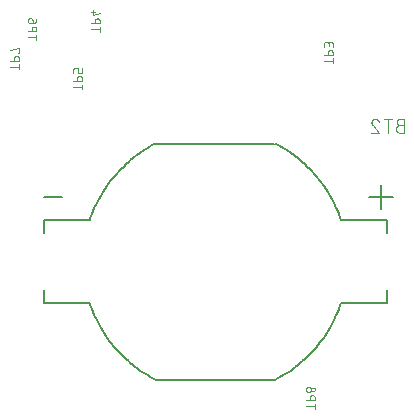
<source format=gbr>
G04 EAGLE Gerber RS-274X export*
G75*
%MOMM*%
%FSLAX34Y34*%
%LPD*%
%INSilkscreen Bottom*%
%IPPOS*%
%AMOC8*
5,1,8,0,0,1.08239X$1,22.5*%
G01*
%ADD10C,0.076200*%
%ADD11C,0.127000*%
%ADD12C,0.101600*%


D10*
X330581Y401207D02*
X337947Y401207D01*
X337947Y399161D02*
X337947Y403253D01*
X337947Y406350D02*
X330581Y406350D01*
X337947Y406350D02*
X337947Y408396D01*
X337945Y408485D01*
X337939Y408574D01*
X337929Y408663D01*
X337916Y408751D01*
X337899Y408839D01*
X337877Y408926D01*
X337852Y409011D01*
X337824Y409096D01*
X337791Y409179D01*
X337755Y409261D01*
X337716Y409341D01*
X337673Y409419D01*
X337627Y409495D01*
X337577Y409570D01*
X337524Y409642D01*
X337468Y409711D01*
X337409Y409778D01*
X337348Y409843D01*
X337283Y409904D01*
X337216Y409963D01*
X337147Y410019D01*
X337075Y410072D01*
X337000Y410122D01*
X336924Y410168D01*
X336846Y410211D01*
X336766Y410250D01*
X336684Y410286D01*
X336601Y410319D01*
X336516Y410347D01*
X336431Y410372D01*
X336344Y410394D01*
X336256Y410411D01*
X336168Y410424D01*
X336079Y410434D01*
X335990Y410440D01*
X335901Y410442D01*
X335812Y410440D01*
X335723Y410434D01*
X335634Y410424D01*
X335546Y410411D01*
X335458Y410394D01*
X335371Y410372D01*
X335286Y410347D01*
X335201Y410319D01*
X335118Y410286D01*
X335036Y410250D01*
X334956Y410211D01*
X334878Y410168D01*
X334802Y410122D01*
X334727Y410072D01*
X334655Y410019D01*
X334586Y409963D01*
X334519Y409904D01*
X334454Y409843D01*
X334393Y409778D01*
X334334Y409711D01*
X334278Y409642D01*
X334225Y409570D01*
X334175Y409495D01*
X334129Y409419D01*
X334086Y409341D01*
X334047Y409261D01*
X334011Y409179D01*
X333978Y409096D01*
X333950Y409011D01*
X333925Y408926D01*
X333903Y408839D01*
X333886Y408751D01*
X333873Y408663D01*
X333863Y408574D01*
X333857Y408485D01*
X333855Y408396D01*
X333855Y406350D01*
X330581Y413304D02*
X330581Y415350D01*
X330583Y415439D01*
X330589Y415528D01*
X330599Y415617D01*
X330612Y415705D01*
X330629Y415793D01*
X330651Y415880D01*
X330676Y415965D01*
X330704Y416050D01*
X330737Y416133D01*
X330773Y416215D01*
X330812Y416295D01*
X330855Y416373D01*
X330901Y416449D01*
X330951Y416524D01*
X331004Y416596D01*
X331060Y416665D01*
X331119Y416732D01*
X331180Y416797D01*
X331245Y416858D01*
X331312Y416917D01*
X331381Y416973D01*
X331453Y417026D01*
X331528Y417076D01*
X331604Y417122D01*
X331682Y417165D01*
X331762Y417204D01*
X331844Y417240D01*
X331927Y417273D01*
X332012Y417301D01*
X332097Y417326D01*
X332184Y417348D01*
X332272Y417365D01*
X332360Y417378D01*
X332449Y417388D01*
X332538Y417394D01*
X332627Y417396D01*
X332716Y417394D01*
X332805Y417388D01*
X332894Y417378D01*
X332982Y417365D01*
X333070Y417348D01*
X333157Y417326D01*
X333242Y417301D01*
X333327Y417273D01*
X333410Y417240D01*
X333492Y417204D01*
X333572Y417165D01*
X333650Y417122D01*
X333726Y417076D01*
X333801Y417026D01*
X333873Y416973D01*
X333942Y416917D01*
X334009Y416858D01*
X334074Y416797D01*
X334135Y416732D01*
X334194Y416665D01*
X334250Y416596D01*
X334303Y416524D01*
X334353Y416449D01*
X334399Y416373D01*
X334442Y416295D01*
X334481Y416215D01*
X334517Y416133D01*
X334550Y416050D01*
X334578Y415965D01*
X334603Y415880D01*
X334625Y415793D01*
X334642Y415705D01*
X334655Y415617D01*
X334665Y415528D01*
X334671Y415439D01*
X334673Y415350D01*
X337947Y415759D02*
X337947Y413304D01*
X337947Y415759D02*
X337945Y415838D01*
X337939Y415917D01*
X337930Y415996D01*
X337917Y416074D01*
X337899Y416151D01*
X337879Y416227D01*
X337854Y416302D01*
X337826Y416376D01*
X337795Y416449D01*
X337759Y416520D01*
X337721Y416589D01*
X337679Y416656D01*
X337634Y416721D01*
X337586Y416784D01*
X337535Y416845D01*
X337481Y416902D01*
X337425Y416958D01*
X337366Y417010D01*
X337304Y417060D01*
X337240Y417106D01*
X337174Y417150D01*
X337106Y417190D01*
X337036Y417226D01*
X336964Y417260D01*
X336890Y417290D01*
X336816Y417316D01*
X336740Y417339D01*
X336663Y417357D01*
X336586Y417373D01*
X336507Y417384D01*
X336429Y417392D01*
X336350Y417396D01*
X336270Y417396D01*
X336191Y417392D01*
X336113Y417384D01*
X336034Y417373D01*
X335957Y417357D01*
X335880Y417339D01*
X335804Y417316D01*
X335730Y417290D01*
X335656Y417260D01*
X335584Y417226D01*
X335514Y417190D01*
X335446Y417150D01*
X335380Y417106D01*
X335316Y417060D01*
X335254Y417010D01*
X335195Y416958D01*
X335139Y416902D01*
X335085Y416845D01*
X335034Y416784D01*
X334986Y416721D01*
X334941Y416656D01*
X334899Y416589D01*
X334861Y416520D01*
X334825Y416449D01*
X334794Y416376D01*
X334766Y416302D01*
X334741Y416227D01*
X334721Y416151D01*
X334703Y416074D01*
X334690Y415996D01*
X334681Y415917D01*
X334675Y415838D01*
X334673Y415759D01*
X334673Y414122D01*
X140843Y427877D02*
X133477Y427877D01*
X140843Y425831D02*
X140843Y429923D01*
X140843Y433020D02*
X133477Y433020D01*
X140843Y433020D02*
X140843Y435066D01*
X140841Y435155D01*
X140835Y435244D01*
X140825Y435333D01*
X140812Y435421D01*
X140795Y435509D01*
X140773Y435596D01*
X140748Y435681D01*
X140720Y435766D01*
X140687Y435849D01*
X140651Y435931D01*
X140612Y436011D01*
X140569Y436089D01*
X140523Y436165D01*
X140473Y436240D01*
X140420Y436312D01*
X140364Y436381D01*
X140305Y436448D01*
X140244Y436513D01*
X140179Y436574D01*
X140112Y436633D01*
X140043Y436689D01*
X139971Y436742D01*
X139896Y436792D01*
X139820Y436838D01*
X139742Y436881D01*
X139662Y436920D01*
X139580Y436956D01*
X139497Y436989D01*
X139412Y437017D01*
X139327Y437042D01*
X139240Y437064D01*
X139152Y437081D01*
X139064Y437094D01*
X138975Y437104D01*
X138886Y437110D01*
X138797Y437112D01*
X138708Y437110D01*
X138619Y437104D01*
X138530Y437094D01*
X138442Y437081D01*
X138354Y437064D01*
X138267Y437042D01*
X138182Y437017D01*
X138097Y436989D01*
X138014Y436956D01*
X137932Y436920D01*
X137852Y436881D01*
X137774Y436838D01*
X137698Y436792D01*
X137623Y436742D01*
X137551Y436689D01*
X137482Y436633D01*
X137415Y436574D01*
X137350Y436513D01*
X137289Y436448D01*
X137230Y436381D01*
X137174Y436312D01*
X137121Y436240D01*
X137071Y436165D01*
X137025Y436089D01*
X136982Y436011D01*
X136943Y435931D01*
X136907Y435849D01*
X136874Y435766D01*
X136846Y435681D01*
X136821Y435596D01*
X136799Y435509D01*
X136782Y435421D01*
X136769Y435333D01*
X136759Y435244D01*
X136753Y435155D01*
X136751Y435066D01*
X136751Y433020D01*
X135114Y439974D02*
X140843Y441611D01*
X135114Y439974D02*
X135114Y444066D01*
X136751Y442838D02*
X133477Y442838D01*
X125857Y379109D02*
X118491Y379109D01*
X125857Y377063D02*
X125857Y381155D01*
X125857Y384252D02*
X118491Y384252D01*
X125857Y384252D02*
X125857Y386298D01*
X125855Y386387D01*
X125849Y386476D01*
X125839Y386565D01*
X125826Y386653D01*
X125809Y386741D01*
X125787Y386828D01*
X125762Y386913D01*
X125734Y386998D01*
X125701Y387081D01*
X125665Y387163D01*
X125626Y387243D01*
X125583Y387321D01*
X125537Y387397D01*
X125487Y387472D01*
X125434Y387544D01*
X125378Y387613D01*
X125319Y387680D01*
X125258Y387745D01*
X125193Y387806D01*
X125126Y387865D01*
X125057Y387921D01*
X124985Y387974D01*
X124910Y388024D01*
X124834Y388070D01*
X124756Y388113D01*
X124676Y388152D01*
X124594Y388188D01*
X124511Y388221D01*
X124426Y388249D01*
X124341Y388274D01*
X124254Y388296D01*
X124166Y388313D01*
X124078Y388326D01*
X123989Y388336D01*
X123900Y388342D01*
X123811Y388344D01*
X123722Y388342D01*
X123633Y388336D01*
X123544Y388326D01*
X123456Y388313D01*
X123368Y388296D01*
X123281Y388274D01*
X123196Y388249D01*
X123111Y388221D01*
X123028Y388188D01*
X122946Y388152D01*
X122866Y388113D01*
X122788Y388070D01*
X122712Y388024D01*
X122637Y387974D01*
X122565Y387921D01*
X122496Y387865D01*
X122429Y387806D01*
X122364Y387745D01*
X122303Y387680D01*
X122244Y387613D01*
X122188Y387544D01*
X122135Y387472D01*
X122085Y387397D01*
X122039Y387321D01*
X121996Y387243D01*
X121957Y387163D01*
X121921Y387081D01*
X121888Y386998D01*
X121860Y386913D01*
X121835Y386828D01*
X121813Y386741D01*
X121796Y386653D01*
X121783Y386565D01*
X121773Y386476D01*
X121767Y386387D01*
X121765Y386298D01*
X121765Y384252D01*
X118491Y391206D02*
X118491Y393661D01*
X118493Y393741D01*
X118499Y393821D01*
X118509Y393901D01*
X118522Y393980D01*
X118540Y394059D01*
X118561Y394136D01*
X118587Y394212D01*
X118616Y394287D01*
X118648Y394361D01*
X118684Y394433D01*
X118724Y394503D01*
X118767Y394570D01*
X118813Y394636D01*
X118863Y394699D01*
X118915Y394760D01*
X118970Y394819D01*
X119029Y394874D01*
X119089Y394926D01*
X119153Y394976D01*
X119219Y395022D01*
X119286Y395065D01*
X119356Y395105D01*
X119428Y395141D01*
X119502Y395173D01*
X119576Y395202D01*
X119653Y395228D01*
X119730Y395249D01*
X119809Y395267D01*
X119888Y395280D01*
X119968Y395290D01*
X120048Y395296D01*
X120128Y395298D01*
X120946Y395298D01*
X121024Y395296D01*
X121102Y395291D01*
X121179Y395281D01*
X121256Y395268D01*
X121332Y395252D01*
X121407Y395232D01*
X121481Y395208D01*
X121554Y395181D01*
X121626Y395150D01*
X121696Y395116D01*
X121765Y395079D01*
X121831Y395038D01*
X121896Y394994D01*
X121958Y394948D01*
X122018Y394898D01*
X122076Y394846D01*
X122131Y394791D01*
X122183Y394733D01*
X122233Y394673D01*
X122279Y394611D01*
X122323Y394546D01*
X122364Y394480D01*
X122401Y394411D01*
X122435Y394341D01*
X122466Y394269D01*
X122493Y394196D01*
X122517Y394122D01*
X122537Y394047D01*
X122553Y393971D01*
X122566Y393894D01*
X122576Y393817D01*
X122581Y393739D01*
X122583Y393661D01*
X122583Y391206D01*
X125857Y391206D01*
X125857Y395298D01*
X87249Y421019D02*
X79883Y421019D01*
X87249Y418973D02*
X87249Y423065D01*
X87249Y426162D02*
X79883Y426162D01*
X87249Y426162D02*
X87249Y428208D01*
X87247Y428297D01*
X87241Y428386D01*
X87231Y428475D01*
X87218Y428563D01*
X87201Y428651D01*
X87179Y428738D01*
X87154Y428823D01*
X87126Y428908D01*
X87093Y428991D01*
X87057Y429073D01*
X87018Y429153D01*
X86975Y429231D01*
X86929Y429307D01*
X86879Y429382D01*
X86826Y429454D01*
X86770Y429523D01*
X86711Y429590D01*
X86650Y429655D01*
X86585Y429716D01*
X86518Y429775D01*
X86449Y429831D01*
X86377Y429884D01*
X86302Y429934D01*
X86226Y429980D01*
X86148Y430023D01*
X86068Y430062D01*
X85986Y430098D01*
X85903Y430131D01*
X85818Y430159D01*
X85733Y430184D01*
X85646Y430206D01*
X85558Y430223D01*
X85470Y430236D01*
X85381Y430246D01*
X85292Y430252D01*
X85203Y430254D01*
X85114Y430252D01*
X85025Y430246D01*
X84936Y430236D01*
X84848Y430223D01*
X84760Y430206D01*
X84673Y430184D01*
X84588Y430159D01*
X84503Y430131D01*
X84420Y430098D01*
X84338Y430062D01*
X84258Y430023D01*
X84180Y429980D01*
X84104Y429934D01*
X84029Y429884D01*
X83957Y429831D01*
X83888Y429775D01*
X83821Y429716D01*
X83756Y429655D01*
X83695Y429590D01*
X83636Y429523D01*
X83580Y429454D01*
X83527Y429382D01*
X83477Y429307D01*
X83431Y429231D01*
X83388Y429153D01*
X83349Y429073D01*
X83313Y428991D01*
X83280Y428908D01*
X83252Y428823D01*
X83227Y428738D01*
X83205Y428651D01*
X83188Y428563D01*
X83175Y428475D01*
X83165Y428386D01*
X83159Y428297D01*
X83157Y428208D01*
X83157Y426162D01*
X83975Y433116D02*
X83975Y435571D01*
X83973Y435649D01*
X83968Y435727D01*
X83958Y435804D01*
X83945Y435881D01*
X83929Y435957D01*
X83909Y436032D01*
X83885Y436106D01*
X83858Y436179D01*
X83827Y436251D01*
X83793Y436321D01*
X83756Y436390D01*
X83715Y436456D01*
X83671Y436521D01*
X83625Y436583D01*
X83575Y436643D01*
X83523Y436701D01*
X83468Y436756D01*
X83410Y436808D01*
X83350Y436858D01*
X83288Y436904D01*
X83223Y436948D01*
X83157Y436989D01*
X83088Y437026D01*
X83018Y437060D01*
X82946Y437091D01*
X82873Y437118D01*
X82799Y437142D01*
X82724Y437162D01*
X82648Y437178D01*
X82571Y437191D01*
X82494Y437201D01*
X82416Y437206D01*
X82338Y437208D01*
X81929Y437208D01*
X81840Y437206D01*
X81751Y437200D01*
X81662Y437190D01*
X81574Y437177D01*
X81486Y437160D01*
X81399Y437138D01*
X81314Y437113D01*
X81229Y437085D01*
X81146Y437052D01*
X81064Y437016D01*
X80984Y436977D01*
X80906Y436934D01*
X80830Y436888D01*
X80755Y436838D01*
X80683Y436785D01*
X80614Y436729D01*
X80547Y436670D01*
X80482Y436609D01*
X80421Y436544D01*
X80362Y436477D01*
X80306Y436408D01*
X80253Y436336D01*
X80203Y436261D01*
X80157Y436185D01*
X80114Y436107D01*
X80075Y436027D01*
X80039Y435945D01*
X80006Y435862D01*
X79978Y435777D01*
X79953Y435692D01*
X79931Y435605D01*
X79914Y435517D01*
X79901Y435429D01*
X79891Y435340D01*
X79885Y435251D01*
X79883Y435162D01*
X79885Y435073D01*
X79891Y434984D01*
X79901Y434895D01*
X79914Y434807D01*
X79931Y434719D01*
X79953Y434632D01*
X79978Y434547D01*
X80006Y434462D01*
X80039Y434379D01*
X80075Y434297D01*
X80114Y434217D01*
X80157Y434139D01*
X80203Y434063D01*
X80253Y433988D01*
X80306Y433916D01*
X80362Y433847D01*
X80421Y433780D01*
X80482Y433715D01*
X80547Y433654D01*
X80614Y433595D01*
X80683Y433539D01*
X80755Y433486D01*
X80830Y433436D01*
X80906Y433390D01*
X80984Y433347D01*
X81064Y433308D01*
X81146Y433272D01*
X81229Y433239D01*
X81314Y433211D01*
X81399Y433186D01*
X81486Y433164D01*
X81574Y433147D01*
X81662Y433134D01*
X81751Y433124D01*
X81840Y433118D01*
X81929Y433116D01*
X83975Y433116D01*
X84089Y433118D01*
X84203Y433124D01*
X84317Y433134D01*
X84431Y433148D01*
X84544Y433166D01*
X84656Y433188D01*
X84767Y433213D01*
X84877Y433243D01*
X84987Y433276D01*
X85095Y433313D01*
X85201Y433354D01*
X85307Y433399D01*
X85410Y433447D01*
X85512Y433499D01*
X85612Y433555D01*
X85710Y433613D01*
X85806Y433676D01*
X85899Y433741D01*
X85991Y433810D01*
X86079Y433882D01*
X86166Y433957D01*
X86249Y434035D01*
X86330Y434116D01*
X86408Y434199D01*
X86483Y434286D01*
X86555Y434374D01*
X86624Y434466D01*
X86689Y434559D01*
X86751Y434655D01*
X86810Y434753D01*
X86866Y434853D01*
X86918Y434955D01*
X86966Y435058D01*
X87011Y435164D01*
X87052Y435270D01*
X87089Y435378D01*
X87122Y435488D01*
X87152Y435598D01*
X87177Y435709D01*
X87199Y435821D01*
X87217Y435934D01*
X87231Y436048D01*
X87241Y436162D01*
X87247Y436276D01*
X87249Y436390D01*
X72517Y396127D02*
X65151Y396127D01*
X72517Y394081D02*
X72517Y398173D01*
X72517Y401270D02*
X65151Y401270D01*
X72517Y401270D02*
X72517Y403316D01*
X72515Y403405D01*
X72509Y403494D01*
X72499Y403583D01*
X72486Y403671D01*
X72469Y403759D01*
X72447Y403846D01*
X72422Y403931D01*
X72394Y404016D01*
X72361Y404099D01*
X72325Y404181D01*
X72286Y404261D01*
X72243Y404339D01*
X72197Y404415D01*
X72147Y404490D01*
X72094Y404562D01*
X72038Y404631D01*
X71979Y404698D01*
X71918Y404763D01*
X71853Y404824D01*
X71786Y404883D01*
X71717Y404939D01*
X71645Y404992D01*
X71570Y405042D01*
X71494Y405088D01*
X71416Y405131D01*
X71336Y405170D01*
X71254Y405206D01*
X71171Y405239D01*
X71086Y405267D01*
X71001Y405292D01*
X70914Y405314D01*
X70826Y405331D01*
X70738Y405344D01*
X70649Y405354D01*
X70560Y405360D01*
X70471Y405362D01*
X70382Y405360D01*
X70293Y405354D01*
X70204Y405344D01*
X70116Y405331D01*
X70028Y405314D01*
X69941Y405292D01*
X69856Y405267D01*
X69771Y405239D01*
X69688Y405206D01*
X69606Y405170D01*
X69526Y405131D01*
X69448Y405088D01*
X69372Y405042D01*
X69297Y404992D01*
X69225Y404939D01*
X69156Y404883D01*
X69089Y404824D01*
X69024Y404763D01*
X68963Y404698D01*
X68904Y404631D01*
X68848Y404562D01*
X68795Y404490D01*
X68745Y404415D01*
X68699Y404339D01*
X68656Y404261D01*
X68617Y404181D01*
X68581Y404099D01*
X68548Y404016D01*
X68520Y403931D01*
X68495Y403846D01*
X68473Y403759D01*
X68456Y403671D01*
X68443Y403583D01*
X68433Y403494D01*
X68427Y403405D01*
X68425Y403316D01*
X68425Y401270D01*
X71699Y408224D02*
X72517Y408224D01*
X72517Y412316D01*
X65151Y410270D01*
X315595Y108853D02*
X322961Y108853D01*
X322961Y106807D02*
X322961Y110899D01*
X322961Y113996D02*
X315595Y113996D01*
X322961Y113996D02*
X322961Y116042D01*
X322959Y116131D01*
X322953Y116220D01*
X322943Y116309D01*
X322930Y116397D01*
X322913Y116485D01*
X322891Y116572D01*
X322866Y116657D01*
X322838Y116742D01*
X322805Y116825D01*
X322769Y116907D01*
X322730Y116987D01*
X322687Y117065D01*
X322641Y117141D01*
X322591Y117216D01*
X322538Y117288D01*
X322482Y117357D01*
X322423Y117424D01*
X322362Y117489D01*
X322297Y117550D01*
X322230Y117609D01*
X322161Y117665D01*
X322089Y117718D01*
X322014Y117768D01*
X321938Y117814D01*
X321860Y117857D01*
X321780Y117896D01*
X321698Y117932D01*
X321615Y117965D01*
X321530Y117993D01*
X321445Y118018D01*
X321358Y118040D01*
X321270Y118057D01*
X321182Y118070D01*
X321093Y118080D01*
X321004Y118086D01*
X320915Y118088D01*
X320826Y118086D01*
X320737Y118080D01*
X320648Y118070D01*
X320560Y118057D01*
X320472Y118040D01*
X320385Y118018D01*
X320300Y117993D01*
X320215Y117965D01*
X320132Y117932D01*
X320050Y117896D01*
X319970Y117857D01*
X319892Y117814D01*
X319816Y117768D01*
X319741Y117718D01*
X319669Y117665D01*
X319600Y117609D01*
X319533Y117550D01*
X319468Y117489D01*
X319407Y117424D01*
X319348Y117357D01*
X319292Y117288D01*
X319239Y117216D01*
X319189Y117141D01*
X319143Y117065D01*
X319100Y116987D01*
X319061Y116907D01*
X319025Y116825D01*
X318992Y116742D01*
X318964Y116657D01*
X318939Y116572D01*
X318917Y116485D01*
X318900Y116397D01*
X318887Y116309D01*
X318877Y116220D01*
X318871Y116131D01*
X318869Y116042D01*
X318869Y113996D01*
X317641Y120950D02*
X317730Y120952D01*
X317819Y120958D01*
X317908Y120968D01*
X317996Y120981D01*
X318084Y120998D01*
X318171Y121020D01*
X318256Y121045D01*
X318341Y121073D01*
X318424Y121106D01*
X318506Y121142D01*
X318586Y121181D01*
X318664Y121224D01*
X318740Y121270D01*
X318815Y121320D01*
X318887Y121373D01*
X318956Y121429D01*
X319023Y121488D01*
X319088Y121549D01*
X319149Y121614D01*
X319208Y121681D01*
X319264Y121750D01*
X319317Y121822D01*
X319367Y121897D01*
X319413Y121973D01*
X319456Y122051D01*
X319495Y122131D01*
X319531Y122213D01*
X319564Y122296D01*
X319592Y122381D01*
X319617Y122466D01*
X319639Y122553D01*
X319656Y122641D01*
X319669Y122729D01*
X319679Y122818D01*
X319685Y122907D01*
X319687Y122996D01*
X319685Y123085D01*
X319679Y123174D01*
X319669Y123263D01*
X319656Y123351D01*
X319639Y123439D01*
X319617Y123526D01*
X319592Y123611D01*
X319564Y123696D01*
X319531Y123779D01*
X319495Y123861D01*
X319456Y123941D01*
X319413Y124019D01*
X319367Y124095D01*
X319317Y124170D01*
X319264Y124242D01*
X319208Y124311D01*
X319149Y124378D01*
X319088Y124443D01*
X319023Y124504D01*
X318956Y124563D01*
X318887Y124619D01*
X318815Y124672D01*
X318740Y124722D01*
X318664Y124768D01*
X318586Y124811D01*
X318506Y124850D01*
X318424Y124886D01*
X318341Y124919D01*
X318256Y124947D01*
X318171Y124972D01*
X318084Y124994D01*
X317996Y125011D01*
X317908Y125024D01*
X317819Y125034D01*
X317730Y125040D01*
X317641Y125042D01*
X317552Y125040D01*
X317463Y125034D01*
X317374Y125024D01*
X317286Y125011D01*
X317198Y124994D01*
X317111Y124972D01*
X317026Y124947D01*
X316941Y124919D01*
X316858Y124886D01*
X316776Y124850D01*
X316696Y124811D01*
X316618Y124768D01*
X316542Y124722D01*
X316467Y124672D01*
X316395Y124619D01*
X316326Y124563D01*
X316259Y124504D01*
X316194Y124443D01*
X316133Y124378D01*
X316074Y124311D01*
X316018Y124242D01*
X315965Y124170D01*
X315915Y124095D01*
X315869Y124019D01*
X315826Y123941D01*
X315787Y123861D01*
X315751Y123779D01*
X315718Y123696D01*
X315690Y123611D01*
X315665Y123526D01*
X315643Y123439D01*
X315626Y123351D01*
X315613Y123263D01*
X315603Y123174D01*
X315597Y123085D01*
X315595Y122996D01*
X315597Y122907D01*
X315603Y122818D01*
X315613Y122729D01*
X315626Y122641D01*
X315643Y122553D01*
X315665Y122466D01*
X315690Y122381D01*
X315718Y122296D01*
X315751Y122213D01*
X315787Y122131D01*
X315826Y122051D01*
X315869Y121973D01*
X315915Y121897D01*
X315965Y121822D01*
X316018Y121750D01*
X316074Y121681D01*
X316133Y121614D01*
X316194Y121549D01*
X316259Y121488D01*
X316326Y121429D01*
X316395Y121373D01*
X316467Y121320D01*
X316542Y121270D01*
X316618Y121224D01*
X316696Y121181D01*
X316776Y121142D01*
X316858Y121106D01*
X316941Y121073D01*
X317026Y121045D01*
X317111Y121020D01*
X317198Y120998D01*
X317286Y120981D01*
X317374Y120968D01*
X317463Y120958D01*
X317552Y120952D01*
X317641Y120950D01*
X321324Y121359D02*
X321403Y121361D01*
X321482Y121367D01*
X321561Y121376D01*
X321639Y121389D01*
X321716Y121407D01*
X321792Y121427D01*
X321867Y121452D01*
X321941Y121480D01*
X322014Y121511D01*
X322085Y121547D01*
X322154Y121585D01*
X322221Y121627D01*
X322286Y121672D01*
X322349Y121720D01*
X322410Y121771D01*
X322467Y121825D01*
X322523Y121881D01*
X322575Y121940D01*
X322625Y122002D01*
X322671Y122066D01*
X322715Y122132D01*
X322755Y122200D01*
X322791Y122270D01*
X322825Y122342D01*
X322855Y122416D01*
X322881Y122490D01*
X322904Y122566D01*
X322922Y122643D01*
X322938Y122720D01*
X322949Y122799D01*
X322957Y122877D01*
X322961Y122956D01*
X322961Y123036D01*
X322957Y123115D01*
X322949Y123193D01*
X322938Y123272D01*
X322922Y123349D01*
X322904Y123426D01*
X322881Y123502D01*
X322855Y123576D01*
X322825Y123650D01*
X322791Y123722D01*
X322755Y123792D01*
X322715Y123860D01*
X322671Y123926D01*
X322625Y123990D01*
X322575Y124052D01*
X322523Y124111D01*
X322467Y124167D01*
X322410Y124221D01*
X322349Y124272D01*
X322286Y124320D01*
X322221Y124365D01*
X322154Y124407D01*
X322085Y124445D01*
X322014Y124481D01*
X321941Y124512D01*
X321867Y124540D01*
X321792Y124565D01*
X321716Y124585D01*
X321639Y124603D01*
X321561Y124616D01*
X321482Y124625D01*
X321403Y124631D01*
X321324Y124633D01*
X321245Y124631D01*
X321166Y124625D01*
X321087Y124616D01*
X321009Y124603D01*
X320932Y124585D01*
X320856Y124565D01*
X320781Y124540D01*
X320707Y124512D01*
X320634Y124481D01*
X320563Y124445D01*
X320494Y124407D01*
X320427Y124365D01*
X320362Y124320D01*
X320299Y124272D01*
X320238Y124221D01*
X320181Y124167D01*
X320125Y124111D01*
X320073Y124052D01*
X320023Y123990D01*
X319977Y123926D01*
X319933Y123860D01*
X319893Y123792D01*
X319857Y123722D01*
X319823Y123650D01*
X319793Y123576D01*
X319767Y123502D01*
X319744Y123426D01*
X319726Y123349D01*
X319710Y123272D01*
X319699Y123193D01*
X319691Y123115D01*
X319687Y123036D01*
X319687Y122956D01*
X319691Y122877D01*
X319699Y122799D01*
X319710Y122720D01*
X319726Y122643D01*
X319744Y122566D01*
X319767Y122490D01*
X319793Y122416D01*
X319823Y122342D01*
X319857Y122270D01*
X319893Y122200D01*
X319933Y122132D01*
X319977Y122066D01*
X320023Y122002D01*
X320073Y121940D01*
X320125Y121881D01*
X320181Y121825D01*
X320238Y121771D01*
X320299Y121720D01*
X320362Y121672D01*
X320427Y121627D01*
X320494Y121585D01*
X320563Y121547D01*
X320634Y121511D01*
X320707Y121480D01*
X320781Y121452D01*
X320856Y121427D01*
X320932Y121407D01*
X321009Y121389D01*
X321087Y121376D01*
X321166Y121367D01*
X321245Y121361D01*
X321324Y121359D01*
D11*
X383760Y255140D02*
X383760Y266140D01*
X345210Y266140D01*
X344569Y267951D01*
X343339Y271384D01*
X342261Y274005D01*
X341184Y276521D01*
X339343Y280511D01*
X337558Y283958D01*
X335765Y287078D01*
X333999Y290057D01*
X330444Y295502D01*
X327731Y299229D01*
X323918Y303914D01*
X318982Y309344D01*
X316504Y311748D01*
X314263Y313875D01*
X312302Y315614D01*
X310692Y316998D01*
X308763Y318601D01*
X306555Y320331D01*
X305037Y321443D01*
X302506Y323249D01*
X299249Y325469D01*
X296168Y327326D01*
X293729Y328718D01*
X290418Y330535D01*
X288885Y331140D01*
X383760Y207140D02*
X383760Y196140D01*
X345210Y196140D01*
X93760Y196140D02*
X93760Y207140D01*
X93760Y196140D02*
X132310Y196140D01*
X93760Y255140D02*
X93760Y266140D01*
X132310Y266140D01*
X132310Y196140D02*
X132951Y194329D01*
X134181Y190897D01*
X135259Y188275D01*
X136336Y185759D01*
X138177Y181769D01*
X139962Y178322D01*
X141755Y175202D01*
X143521Y172223D01*
X147077Y166778D01*
X149789Y163051D01*
X153602Y158366D01*
X158538Y152936D01*
X161016Y150533D01*
X163258Y148405D01*
X165218Y146666D01*
X166828Y145282D01*
X168757Y143679D01*
X170965Y141950D01*
X172483Y140837D01*
X175014Y139031D01*
X178271Y136812D01*
X181352Y134954D01*
X183791Y133562D01*
X187102Y131745D01*
X188635Y131140D01*
X132310Y266140D02*
X132951Y267951D01*
X134181Y271384D01*
X135259Y274005D01*
X136336Y276521D01*
X138177Y280511D01*
X139962Y283958D01*
X141755Y287078D01*
X143521Y290057D01*
X147077Y295502D01*
X149789Y299229D01*
X153602Y303914D01*
X158538Y309344D01*
X161016Y311748D01*
X163258Y313875D01*
X165218Y315614D01*
X166828Y316998D01*
X168757Y318601D01*
X170965Y320331D01*
X172483Y321443D01*
X175014Y323249D01*
X178271Y325469D01*
X181352Y327326D01*
X183791Y328718D01*
X187102Y330535D01*
X188635Y331140D01*
X345210Y196140D02*
X344569Y194329D01*
X343339Y190897D01*
X342261Y188275D01*
X341184Y185759D01*
X339343Y181769D01*
X337558Y178322D01*
X335765Y175202D01*
X333999Y172223D01*
X330444Y166778D01*
X327731Y163051D01*
X323918Y158366D01*
X318982Y152936D01*
X316504Y150533D01*
X314263Y148405D01*
X312302Y146666D01*
X310692Y145282D01*
X308763Y143679D01*
X306555Y141950D01*
X305037Y140837D01*
X302506Y139031D01*
X299249Y136812D01*
X296168Y134954D01*
X293729Y133562D01*
X290418Y131745D01*
X288885Y131140D01*
X288760Y331140D02*
X188760Y331140D01*
X188760Y131140D02*
X288760Y131140D01*
X378760Y276140D02*
X378760Y296140D01*
X388760Y286140D02*
X368760Y286140D01*
X108760Y286140D02*
X93760Y286140D01*
D12*
X395000Y346835D02*
X398252Y346835D01*
X395000Y346835D02*
X394888Y346833D01*
X394776Y346827D01*
X394664Y346818D01*
X394552Y346804D01*
X394441Y346787D01*
X394331Y346765D01*
X394222Y346741D01*
X394113Y346712D01*
X394006Y346679D01*
X393899Y346643D01*
X393795Y346603D01*
X393691Y346560D01*
X393589Y346513D01*
X393489Y346463D01*
X393390Y346409D01*
X393294Y346351D01*
X393199Y346291D01*
X393107Y346227D01*
X393017Y346160D01*
X392929Y346090D01*
X392844Y346017D01*
X392761Y345941D01*
X392681Y345863D01*
X392603Y345781D01*
X392529Y345697D01*
X392457Y345611D01*
X392389Y345522D01*
X392324Y345430D01*
X392261Y345337D01*
X392203Y345241D01*
X392147Y345144D01*
X392095Y345044D01*
X392046Y344943D01*
X392001Y344840D01*
X391959Y344736D01*
X391921Y344631D01*
X391887Y344524D01*
X391856Y344416D01*
X391830Y344307D01*
X391806Y344197D01*
X391787Y344086D01*
X391772Y343975D01*
X391760Y343863D01*
X391752Y343751D01*
X391748Y343639D01*
X391748Y343527D01*
X391752Y343415D01*
X391760Y343303D01*
X391772Y343191D01*
X391787Y343080D01*
X391806Y342969D01*
X391830Y342859D01*
X391856Y342750D01*
X391887Y342642D01*
X391921Y342535D01*
X391959Y342430D01*
X392001Y342326D01*
X392046Y342223D01*
X392095Y342122D01*
X392147Y342022D01*
X392203Y341925D01*
X392261Y341829D01*
X392324Y341736D01*
X392389Y341644D01*
X392457Y341555D01*
X392529Y341469D01*
X392603Y341385D01*
X392681Y341303D01*
X392761Y341225D01*
X392844Y341149D01*
X392929Y341076D01*
X393017Y341006D01*
X393107Y340939D01*
X393199Y340875D01*
X393294Y340815D01*
X393390Y340757D01*
X393489Y340703D01*
X393589Y340653D01*
X393691Y340606D01*
X393795Y340563D01*
X393899Y340523D01*
X394006Y340487D01*
X394113Y340454D01*
X394222Y340425D01*
X394331Y340401D01*
X394441Y340379D01*
X394552Y340362D01*
X394664Y340348D01*
X394776Y340339D01*
X394888Y340333D01*
X395000Y340331D01*
X398252Y340331D01*
X398252Y352038D01*
X395000Y352038D01*
X395000Y352037D02*
X394899Y352035D01*
X394798Y352029D01*
X394698Y352019D01*
X394598Y352006D01*
X394499Y351988D01*
X394400Y351967D01*
X394302Y351942D01*
X394206Y351913D01*
X394110Y351880D01*
X394016Y351844D01*
X393924Y351804D01*
X393833Y351760D01*
X393743Y351713D01*
X393656Y351663D01*
X393571Y351609D01*
X393488Y351552D01*
X393407Y351492D01*
X393328Y351428D01*
X393252Y351362D01*
X393179Y351293D01*
X393108Y351221D01*
X393040Y351146D01*
X392975Y351069D01*
X392914Y350989D01*
X392855Y350907D01*
X392800Y350823D01*
X392747Y350737D01*
X392699Y350648D01*
X392653Y350558D01*
X392612Y350466D01*
X392574Y350373D01*
X392539Y350278D01*
X392508Y350182D01*
X392481Y350085D01*
X392458Y349987D01*
X392439Y349888D01*
X392423Y349788D01*
X392411Y349688D01*
X392403Y349587D01*
X392399Y349486D01*
X392399Y349386D01*
X392403Y349285D01*
X392411Y349184D01*
X392423Y349084D01*
X392439Y348984D01*
X392458Y348885D01*
X392481Y348787D01*
X392508Y348690D01*
X392539Y348594D01*
X392574Y348499D01*
X392612Y348406D01*
X392653Y348314D01*
X392699Y348224D01*
X392747Y348136D01*
X392800Y348049D01*
X392855Y347965D01*
X392914Y347883D01*
X392975Y347803D01*
X393040Y347726D01*
X393108Y347651D01*
X393179Y347579D01*
X393252Y347510D01*
X393328Y347444D01*
X393407Y347380D01*
X393488Y347320D01*
X393571Y347263D01*
X393656Y347209D01*
X393743Y347159D01*
X393833Y347112D01*
X393924Y347068D01*
X394016Y347028D01*
X394110Y346992D01*
X394206Y346959D01*
X394302Y346930D01*
X394400Y346905D01*
X394499Y346884D01*
X394598Y346866D01*
X394698Y346853D01*
X394798Y346843D01*
X394899Y346837D01*
X395000Y346835D01*
X384864Y352038D02*
X384864Y340331D01*
X388116Y352038D02*
X381613Y352038D01*
X373852Y352038D02*
X373745Y352036D01*
X373638Y352030D01*
X373532Y352020D01*
X373426Y352007D01*
X373320Y351989D01*
X373216Y351968D01*
X373112Y351943D01*
X373009Y351914D01*
X372907Y351881D01*
X372806Y351845D01*
X372707Y351805D01*
X372610Y351761D01*
X372514Y351714D01*
X372419Y351663D01*
X372327Y351609D01*
X372237Y351552D01*
X372149Y351492D01*
X372063Y351428D01*
X371980Y351361D01*
X371899Y351291D01*
X371820Y351218D01*
X371745Y351143D01*
X371672Y351064D01*
X371602Y350983D01*
X371535Y350900D01*
X371472Y350814D01*
X371411Y350726D01*
X371354Y350636D01*
X371300Y350544D01*
X371249Y350449D01*
X371202Y350353D01*
X371158Y350256D01*
X371118Y350157D01*
X371082Y350056D01*
X371049Y349954D01*
X371020Y349851D01*
X370995Y349747D01*
X370974Y349643D01*
X370956Y349537D01*
X370943Y349431D01*
X370933Y349325D01*
X370927Y349218D01*
X370925Y349111D01*
X373852Y352038D02*
X373973Y352036D01*
X374094Y352030D01*
X374215Y352020D01*
X374336Y352007D01*
X374456Y351989D01*
X374575Y351968D01*
X374694Y351943D01*
X374811Y351914D01*
X374928Y351881D01*
X375044Y351844D01*
X375158Y351804D01*
X375271Y351760D01*
X375382Y351712D01*
X375492Y351661D01*
X375601Y351607D01*
X375707Y351549D01*
X375811Y351487D01*
X375914Y351422D01*
X376014Y351354D01*
X376112Y351283D01*
X376208Y351208D01*
X376301Y351131D01*
X376392Y351050D01*
X376480Y350967D01*
X376565Y350881D01*
X376648Y350792D01*
X376727Y350701D01*
X376804Y350607D01*
X376878Y350510D01*
X376948Y350412D01*
X377015Y350311D01*
X377079Y350208D01*
X377140Y350103D01*
X377197Y349996D01*
X377250Y349887D01*
X377300Y349777D01*
X377347Y349665D01*
X377390Y349551D01*
X377429Y349437D01*
X371901Y346835D02*
X371823Y346913D01*
X371747Y346993D01*
X371674Y347076D01*
X371603Y347162D01*
X371536Y347250D01*
X371472Y347340D01*
X371412Y347433D01*
X371354Y347527D01*
X371300Y347624D01*
X371250Y347722D01*
X371202Y347822D01*
X371159Y347924D01*
X371119Y348027D01*
X371082Y348132D01*
X371050Y348237D01*
X371021Y348344D01*
X370996Y348452D01*
X370975Y348561D01*
X370957Y348670D01*
X370944Y348780D01*
X370934Y348890D01*
X370928Y349000D01*
X370926Y349111D01*
X371901Y346835D02*
X377429Y340331D01*
X370926Y340331D01*
M02*

</source>
